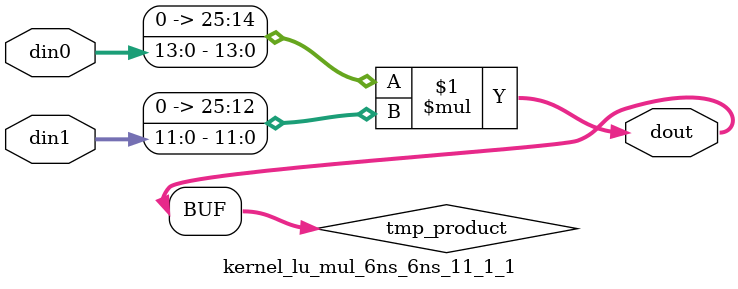
<source format=v>

`timescale 1 ns / 1 ps

  module kernel_lu_mul_6ns_6ns_11_1_1(din0, din1, dout);
parameter ID = 1;
parameter NUM_STAGE = 0;
parameter din0_WIDTH = 14;
parameter din1_WIDTH = 12;
parameter dout_WIDTH = 26;

input [din0_WIDTH - 1 : 0] din0; 
input [din1_WIDTH - 1 : 0] din1; 
output [dout_WIDTH - 1 : 0] dout;

wire signed [dout_WIDTH - 1 : 0] tmp_product;










assign tmp_product = $signed({1'b0, din0}) * $signed({1'b0, din1});











assign dout = tmp_product;







endmodule

</source>
